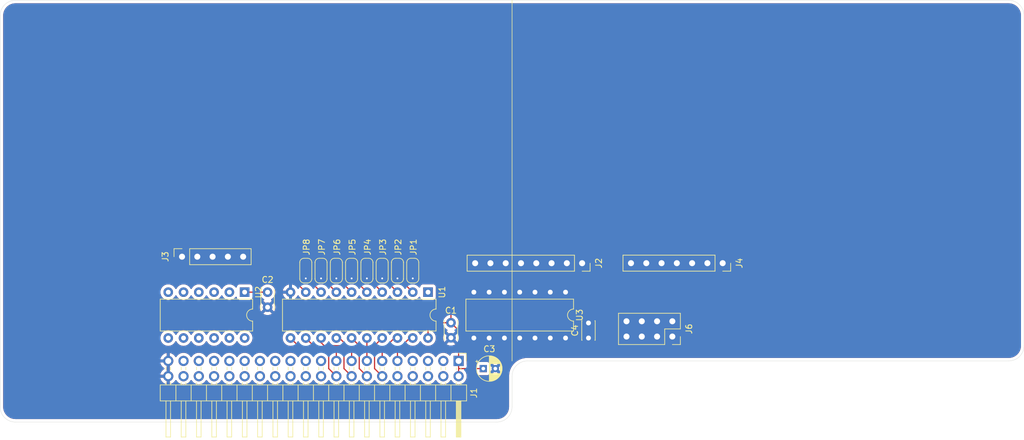
<source format=kicad_pcb>
(kicad_pcb (version 20240108) (generator "pcbnew") (generator_version "8.0")
  (layers (0 "F.Cu" signal) (31 "B.Cu" signal) (34 "B.Paste" user) (35 "F.Paste" user) (36 "B.SilkS" user "B.Silkscreen") (37 "F.SilkS" user "F.Silkscreen") (38 "B.Mask" user) (39 "F.Mask" user) (44 "Edge.Cuts" user))
  (net 0 "")
  (net 1 "GND")
  (net 2 "VCC")
  (net 3 "D7")
  (net 5 "_RD")
  (net 7 "A1")
  (net 10 "A4")
  (net 11 "E")
  (net 12 "_RST")
  (net 13 "A2")
  (net 17 "D3")
  (net 18 "A3")
  (net 20 "IRQ")
  (net 22 "D6")
  (net 23 "D0")
  (net 25 "_EN")
  (net 26 "_WR")
  (net 29 "D5")
  (net 31 "D2")
  (net 32 "D4")
  (net 34 "R{slash}_W")
  (net 35 "A0")
  (net 37 "D1")
  (net 39 "Net-(JP1-C)")
  (net 40 "Net-(JP2-C)")
  (net 41 "Net-(JP3-C)")
  (net 42 "Net-(JP4-C)")
  (net 43 "Net-(JP5-C)")
  (net 44 "Net-(JP6-C)")
  (net 45 "Net-(JP7-C)")
  (net 46 "Net-(JP8-C)")
  (net 47 "Net-(U1-G1)")
  (net 48 "_RD'")
  (net 49 "_WR'")
  (footprint "Jumper:SolderJumper-3_P1.3mm_Open_RoundedPad1.0x1.5mm_NumberLabels" (layer "F.Cu") (at 78.74 71.344 -90)
    (property "Reference" "JP4" (at -3.912 -0.122 90) (layer "F.SilkS"))
    (property "Value" "Jumper_3_Bridged12" (hide yes))
    (pad "1" smd custom (at -1.3 0 270) (size 1 0.5) (layers "F.Cu" "F.Mask") (net 2 "VCC") (options (clearance outline) (anchor rect)) (primitives (gr_circle (center 0 0.25) (end 0.5 0.25) (width 0) (fill yes)) (gr_circle (center 0 -0.25) (end 0.5 -0.25) (width 0) (fill yes)) (gr_poly (pts (xy 0.55 0.75) (xy 0 0.75) (xy 0 -0.75) (xy 0.55 -0.75)) (width 0) (fill yes))))
    (pad "2" smd rect (at 0 0 270) (size 1 1.5) (layers "F.Cu" "F.Mask") (net 42 "Net-(JP4-C)"))
    (pad "3" smd custom (at 1.3 0 270) (size 1 0.5) (layers "F.Cu" "F.Mask") (net 1 "GND") (options (clearance outline) (anchor rect)) (primitives (gr_circle (center 0 0.25) (end 0.5 0.25) (width 0) (fill yes)) (gr_circle (center 0 -0.25) (end 0.5 -0.25) (width 0) (fill yes)) (gr_poly (pts (xy 0 0.75) (xy -0.55 0.75) (xy -0.55 -0.75) (xy 0 -0.75)) (width 0) (fill yes))))
  )
  (footprint "Connector_PinSocket_2.54mm:PinSocket_1x05_P2.54mm_Vertical" (layer "F.Cu") (at 48.011 69.033 90)
    (property "Reference" "J3" (at 0 -2.77 270) (layer "F.SilkS"))
    (property "Value" "Address")
    (pad "1" thru_hole rect (at 0 0 90) (size 1.7 1.7) (drill 1) (layers "*.Cu" "*.Mask") (net 35 "A0"))
    (pad "2" thru_hole oval (at 0 2.54 90) (size 1.7 1.7) (drill 1) (layers "*.Cu" "*.Mask") (net 7 "A1"))
    (pad "3" thru_hole oval (at 0 5.08 90) (size 1.7 1.7) (drill 1) (layers "*.Cu" "*.Mask") (net 13 "A2"))
    (pad "4" thru_hole oval (at 0 7.62 90) (size 1.7 1.7) (drill 1) (layers "*.Cu" "*.Mask") (net 18 "A3"))
    (pad "5" thru_hole oval (at 0 10.16 90) (size 1.7 1.7) (drill 1) (layers "*.Cu" "*.Mask") (net 10 "A4"))
  )
  (footprint "Capacitor_THT:CP_Radial_D4.0mm_P2.00mm" (layer "F.Cu") (at 98.087401 87.63)
    (property "Reference" "C3" (at 1 -3.25 0) (layer "F.SilkS"))
    (property "Value" "10µ" (hide yes))
    (pad "1" thru_hole rect (at 0 0) (size 1.2 1.2) (drill 0.6) (layers "*.Cu" "*.Mask") (net 2 "VCC"))
    (pad "2" thru_hole circle (at 2 0) (size 1.2 1.2) (drill 0.6) (layers "*.Cu" "*.Mask") (net 1 "GND"))
  )
  (footprint "Connector_PinSocket_2.54mm:PinSocket_1x07_P2.54mm_Vertical" (layer "F.Cu") (at 137.877 70.109 -90)
    (property "Reference" "J4" (at 0 -2.77 90) (layer "F.SilkS"))
    (property "Value" "Control")
    (pad "1" thru_hole rect (at 0 0 270) (size 1.7 1.7) (drill 1) (layers "*.Cu" "*.Mask") (net 12 "_RST"))
    (pad "2" thru_hole oval (at 0 2.54 270) (size 1.7 1.7) (drill 1) (layers "*.Cu" "*.Mask") (net 20 "IRQ"))
    (pad "3" thru_hole oval (at 0 5.08 270) (size 1.7 1.7) (drill 1) (layers "*.Cu" "*.Mask") (net 34 "R{slash}_W"))
    (pad "4" thru_hole oval (at 0 7.62 270) (size 1.7 1.7) (drill 1) (layers "*.Cu" "*.Mask") (net 11 "E"))
    (pad "5" thru_hole oval (at 0 10.16 270) (size 1.7 1.7) (drill 1) (layers "*.Cu" "*.Mask") (net 25 "_EN"))
    (pad "6" thru_hole oval (at 0 12.7 270) (size 1.7 1.7) (drill 1) (layers "*.Cu" "*.Mask") (net 48 "_RD'"))
    (pad "7" thru_hole oval (at 0 15.24 270) (size 1.7 1.7) (drill 1) (layers "*.Cu" "*.Mask") (net 49 "_WR'"))
  )
  (footprint "Connector_PinHeader_2.54mm:PinHeader_2x20_P2.54mm_Horizontal" (layer "F.Cu") (at 93.98 86.36 -90)
    (property "Reference" "J1" (at 5.334 -2.54 90) (layer "F.SilkS"))
    (property "Value" "Conn_02x20_Odd_Even" (hide yes))
    (pad "1" thru_hole rect (at 0 0 270) (size 1.7 1.7) (drill 1) (layers "*.Cu" "*.Mask") (net 2 "VCC"))
    (pad "2" thru_hole oval (at 2.54 0 270) (size 1.7 1.7) (drill 1) (layers "*.Cu" "*.Mask") (net 2 "VCC"))
    (pad "3" thru_hole oval (at 0 2.54 270) (size 1.7 1.7) (drill 1) (layers "*.Cu" "*.Mask") (net 12 "_RST"))
    (pad "4" thru_hole oval (at 2.54 2.54 270) (size 1.7 1.7) (drill 1) (layers "*.Cu" "*.Mask") (net 20 "IRQ"))
    (pad "5" thru_hole oval (at 0 5.08 270) (size 1.7 1.7) (drill 1) (layers "*.Cu" "*.Mask") (net 34 "R{slash}_W"))
    (pad "6" thru_hole oval (at 2.54 5.08 270) (size 1.7 1.7) (drill 1) (layers "*.Cu" "*.Mask") (net 5 "_RD"))
    (pad "7" thru_hole oval (at 0 7.62 270) (size 1.7 1.7) (drill 1) (layers "*.Cu" "*.Mask") (net 26 "_WR"))
    (pad "8" thru_hole oval (at 2.54 7.62 270) (size 1.7 1.7) (drill 1) (layers "*.Cu" "*.Mask") (net 11 "E"))
    (pad "9" thru_hole oval (at 0 10.16 270) (size 1.7 1.7) (drill 1) (layers "*.Cu" "*.Mask") (net 25 "_EN"))
    (pad "10" thru_hole oval (at 2.54 10.16 270) (size 1.7 1.7) (drill 1) (layers "*.Cu" "*.Mask"))
    (pad "11" thru_hole oval (at 0 12.7 270) (size 1.7 1.7) (drill 1) (layers "*.Cu" "*.Mask") (net 23 "D0"))
    (pad "12" thru_hole oval (at 2.54 12.7 270) (size 1.7 1.7) (drill 1) (layers "*.Cu" "*.Mask") (net 37 "D1"))
    (pad "13" thru_hole oval (at 0 15.24 270) (size 1.7 1.7) (drill 1) (layers "*.Cu" "*.Mask") (net 31 "D2"))
    (pad "14" thru_hole oval (at 2.54 15.24 270) (size 1.7 1.7) (drill 1) (layers "*.Cu" "*.Mask") (net 17 "D3"))
    (pad "15" thru_hole oval (at 0 17.78 270) (size 1.7 1.7) (drill 1) (layers "*.Cu" "*.Mask") (net 32 "D4"))
    (pad "16" thru_hole oval (at 2.54 17.78 270) (size 1.7 1.7) (drill 1) (layers "*.Cu" "*.Mask") (net 29 "D5"))
    (pad "17" thru_hole oval (at 0 20.32 270) (size 1.7 1.7) (drill 1) (layers "*.Cu" "*.Mask") (net 22 "D6"))
    (pad "18" thru_hole oval (at 2.54 20.32 270) (size 1.7 1.7) (drill 1) (layers "*.Cu" "*.Mask") (net 3 "D7"))
    (pad "19" thru_hole oval (at 0 22.86 270) (size 1.7 1.7) (drill 1) (layers "*.Cu" "*.Mask") (net 35 "A0"))
    (pad "20" thru_hole oval (at 2.54 22.86 270) (size 1.7 1.7) (drill 1) (layers "*.Cu" "*.Mask") (net 7 "A1"))
    (pad "21" thru_hole oval (at 0 25.4 270) (size 1.7 1.7) (drill 1) (layers "*.Cu" "*.Mask") (net 13 "A2"))
    (pad "22" thru_hole oval (at 2.54 25.4 270) (size 1.7 1.7) (drill 1) (layers "*.Cu" "*.Mask") (net 18 "A3"))
    (pad "23" thru_hole oval (at 0 27.94 270) (size 1.7 1.7) (drill 1) (layers "*.Cu" "*.Mask") (net 10 "A4"))
    (pad "24" thru_hole oval (at 2.54 27.94 270) (size 1.7 1.7) (drill 1) (layers "*.Cu" "*.Mask"))
    (pad "25" thru_hole oval (at 0 30.48 270) (size 1.7 1.7) (drill 1) (layers "*.Cu" "*.Mask"))
    (pad "26" thru_hole oval (at 2.54 30.48 270) (size 1.7 1.7) (drill 1) (layers "*.Cu" "*.Mask"))
    (pad "27" thru_hole oval (at 0 33.02 270) (size 1.7 1.7) (drill 1) (layers "*.Cu" "*.Mask"))
    (pad "28" thru_hole oval (at 2.54 33.02 270) (size 1.7 1.7) (drill 1) (layers "*.Cu" "*.Mask"))
    (pad "29" thru_hole oval (at 0 35.56 270) (size 1.7 1.7) (drill 1) (layers "*.Cu" "*.Mask"))
    (pad "30" thru_hole oval (at 2.54 35.56 270) (size 1.7 1.7) (drill 1) (layers "*.Cu" "*.Mask"))
    (pad "31" thru_hole oval (at 0 38.1 270) (size 1.7 1.7) (drill 1) (layers "*.Cu" "*.Mask"))
    (pad "32" thru_hole oval (at 2.54 38.1 270) (size 1.7 1.7) (drill 1) (layers "*.Cu" "*.Mask"))
    (pad "33" thru_hole oval (at 0 40.64 270) (size 1.7 1.7) (drill 1) (layers "*.Cu" "*.Mask"))
    (pad "34" thru_hole oval (at 2.54 40.64 270) (size 1.7 1.7) (drill 1) (layers "*.Cu" "*.Mask"))
    (pad "35" thru_hole oval (at 0 43.18 270) (size 1.7 1.7) (drill 1) (layers "*.Cu" "*.Mask"))
    (pad "36" thru_hole oval (at 2.54 43.18 270) (size 1.7 1.7) (drill 1) (layers "*.Cu" "*.Mask"))
    (pad "37" thru_hole oval (at 0 45.72 270) (size 1.7 1.7) (drill 1) (layers "*.Cu" "*.Mask"))
    (pad "38" thru_hole oval (at 2.54 45.72 270) (size 1.7 1.7) (drill 1) (layers "*.Cu" "*.Mask"))
    (pad "39" thru_hole oval (at 0 48.26 270) (size 1.7 1.7) (drill 1) (layers "*.Cu" "*.Mask") (net 1 "GND"))
    (pad "40" thru_hole oval (at 2.54 48.26 270) (size 1.7 1.7) (drill 1) (layers "*.Cu" "*.Mask") (net 1 "GND"))
  )
  (footprint "Jumper:SolderJumper-3_P1.3mm_Open_RoundedPad1.0x1.5mm_NumberLabels" (layer "F.Cu") (at 76.2 71.344 -90)
    (property "Reference" "JP5" (at -3.912 -0.122 90) (layer "F.SilkS"))
    (property "Value" "Jumper_3_Bridged12" (hide yes))
    (pad "1" smd custom (at -1.3 0 270) (size 1 0.5) (layers "F.Cu" "F.Mask") (net 2 "VCC") (options (clearance outline) (anchor rect)) (primitives (gr_circle (center 0 0.25) (end 0.5 0.25) (width 0) (fill yes)) (gr_circle (center 0 -0.25) (end 0.5 -0.25) (width 0) (fill yes)) (gr_poly (pts (xy 0.55 0.75) (xy 0 0.75) (xy 0 -0.75) (xy 0.55 -0.75)) (width 0) (fill yes))))
    (pad "2" smd rect (at 0 0 270) (size 1 1.5) (layers "F.Cu" "F.Mask") (net 43 "Net-(JP5-C)"))
    (pad "3" smd custom (at 1.3 0 270) (size 1 0.5) (layers "F.Cu" "F.Mask") (net 1 "GND") (options (clearance outline) (anchor rect)) (primitives (gr_circle (center 0 0.25) (end 0.5 0.25) (width 0) (fill yes)) (gr_circle (center 0 -0.25) (end 0.5 -0.25) (width 0) (fill yes)) (gr_poly (pts (xy 0 0.75) (xy -0.55 0.75) (xy -0.55 -0.75) (xy 0 -0.75)) (width 0) (fill yes))))
  )
  (footprint "Jumper:SolderJumper-3_P1.3mm_Open_RoundedPad1.0x1.5mm_NumberLabels" (layer "F.Cu") (at 86.36 71.344 -90)
    (property "Reference" "JP1" (at -3.912 -0.122 90) (layer "F.SilkS"))
    (property "Value" "Jumper_3_Bridged12" (hide yes))
    (pad "1" smd custom (at -1.3 0 270) (size 1 0.5) (layers "F.Cu" "F.Mask") (net 2 "VCC") (options (clearance outline) (anchor rect)) (primitives (gr_circle (center 0 0.25) (end 0.5 0.25) (width 0) (fill yes)) (gr_circle (center 0 -0.25) (end 0.5 -0.25) (width 0) (fill yes)) (gr_poly (pts (xy 0.55 0.75) (xy 0 0.75) (xy 0 -0.75) (xy 0.55 -0.75)) (width 0) (fill yes))))
    (pad "2" smd rect (at 0 0 270) (size 1 1.5) (layers "F.Cu" "F.Mask") (net 39 "Net-(JP1-C)"))
    (pad "3" smd custom (at 1.3 0 270) (size 1 0.5) (layers "F.Cu" "F.Mask") (net 1 "GND") (options (clearance outline) (anchor rect)) (primitives (gr_circle (center 0 0.25) (end 0.5 0.25) (width 0) (fill yes)) (gr_circle (center 0 -0.25) (end 0.5 -0.25) (width 0) (fill yes)) (gr_poly (pts (xy 0 0.75) (xy -0.55 0.75) (xy -0.55 -0.75) (xy 0 -0.75)) (width 0) (fill yes))))
  )
  (footprint "Connector_PinSocket_2.54mm:PinSocket_2x04_P2.54mm_Vertical" (layer "F.Cu") (at 129.51 82.306 -90)
    (property "Reference" "J6" (at -1.27 -2.77 90) (layer "F.SilkS"))
    (property "Value" "Power")
    (pad "1" thru_hole rect (at 0 0 270) (size 1.7 1.7) (drill 1) (layers "*.Cu" "*.Mask") (net 2 "VCC"))
    (pad "2" thru_hole oval (at -2.54 0 270) (size 1.7 1.7) (drill 1) (layers "*.Cu" "*.Mask") (net 1 "GND"))
    (pad "3" thru_hole oval (at 0 2.54 270) (size 1.7 1.7) (drill 1) (layers "*.Cu" "*.Mask") (net 2 "VCC"))
    (pad "4" thru_hole oval (at -2.54 2.54 270) (size 1.7 1.7) (drill 1) (layers "*.Cu" "*.Mask") (net 1 "GND"))
    (pad "5" thru_hole oval (at 0 5.08 270) (size 1.7 1.7) (drill 1) (layers "*.Cu" "*.Mask") (net 2 "VCC"))
    (pad "6" thru_hole oval (at -2.54 5.08 270) (size 1.7 1.7) (drill 1) (layers "*.Cu" "*.Mask") (net 1 "GND"))
    (pad "7" thru_hole oval (at 0 7.62 270) (size 1.7 1.7) (drill 1) (layers "*.Cu" "*.Mask") (net 2 "VCC"))
    (pad "8" thru_hole oval (at -2.54 7.62 270) (size 1.7 1.7) (drill 1) (layers "*.Cu" "*.Mask") (net 1 "GND"))
  )
  (footprint "Jumper:SolderJumper-3_P1.3mm_Open_RoundedPad1.0x1.5mm_NumberLabels" (layer "F.Cu") (at 83.82 71.344 -90)
    (property "Reference" "JP2" (at -3.912 -0.122 90) (layer "F.SilkS"))
    (property "Value" "Jumper_3_Bridged12" (hide yes))
    (pad "1" smd custom (at -1.3 0 270) (size 1 0.5) (layers "F.Cu" "F.Mask") (net 2 "VCC") (options (clearance outline) (anchor rect)) (primitives (gr_circle (center 0 0.25) (end 0.5 0.25) (width 0) (fill yes)) (gr_circle (center 0 -0.25) (end 0.5 -0.25) (width 0) (fill yes)) (gr_poly (pts (xy 0.55 0.75) (xy 0 0.75) (xy 0 -0.75) (xy 0.55 -0.75)) (width 0) (fill yes))))
    (pad "2" smd rect (at 0 0 270) (size 1 1.5) (layers "F.Cu" "F.Mask") (net 40 "Net-(JP2-C)"))
    (pad "3" smd custom (at 1.3 0 270) (size 1 0.5) (layers "F.Cu" "F.Mask") (net 1 "GND") (options (clearance outline) (anchor rect)) (primitives (gr_circle (center 0 0.25) (end 0.5 0.25) (width 0) (fill yes)) (gr_circle (center 0 -0.25) (end 0.5 -0.25) (width 0) (fill yes)) (gr_poly (pts (xy 0 0.75) (xy -0.55 0.75) (xy -0.55 -0.75) (xy 0 -0.75)) (width 0) (fill yes))))
  )
  (footprint "Capacitor_THT:C_Disc_D3.0mm_W2.0mm_P2.50mm" (layer "F.Cu") (at 92.71 80.01 -90)
    (property "Reference" "C1" (at -2.032 0 180) (layer "F.SilkS"))
    (property "Value" "100n" (hide yes))
    (pad "1" thru_hole circle (at 0 0 270) (size 1.6 1.6) (drill 0.8) (layers "*.Cu" "*.Mask") (net 2 "VCC"))
    (pad "2" thru_hole circle (at 2.5 0 270) (size 1.6 1.6) (drill 0.8) (layers "*.Cu" "*.Mask") (net 1 "GND"))
  )
  (footprint "Jumper:SolderJumper-3_P1.3mm_Open_RoundedPad1.0x1.5mm_NumberLabels" (layer "F.Cu") (at 73.66 71.344 -90)
    (property "Reference" "JP6" (at -3.912 -0.122 90) (layer "F.SilkS"))
    (property "Value" "Jumper_3_Bridged12" (hide yes))
    (pad "1" smd custom (at -1.3 0 270) (size 1 0.5) (layers "F.Cu" "F.Mask") (net 2 "VCC") (options (clearance outline) (anchor rect)) (primitives (gr_circle (center 0 0.25) (end 0.5 0.25) (width 0) (fill yes)) (gr_circle (center 0 -0.25) (end 0.5 -0.25) (width 0) (fill yes)) (gr_poly (pts (xy 0.55 0.75) (xy 0 0.75) (xy 0 -0.75) (xy 0.55 -0.75)) (width 0) (fill yes))))
    (pad "2" smd rect (at 0 0 270) (size 1 1.5) (layers "F.Cu" "F.Mask") (net 44 "Net-(JP6-C)"))
    (pad "3" smd custom (at 1.3 0 270) (size 1 0.5) (layers "F.Cu" "F.Mask") (net 1 "GND") (options (clearance outline) (anchor rect)) (primitives (gr_circle (center 0 0.25) (end 0.5 0.25) (width 0) (fill yes)) (gr_circle (center 0 -0.25) (end 0.5 -0.25) (width 0) (fill yes)) (gr_poly (pts (xy 0 0.75) (xy -0.55 0.75) (xy -0.55 -0.75) (xy 0 -0.75)) (width 0) (fill yes))))
  )
  (footprint "Jumper:SolderJumper-3_P1.3mm_Open_RoundedPad1.0x1.5mm_NumberLabels" (layer "F.Cu") (at 71.12 71.344 -90)
    (property "Reference" "JP7" (at -3.912 -0.122 90) (layer "F.SilkS"))
    (property "Value" "Jumper_3_Bridged12" (hide yes))
    (pad "1" smd custom (at -1.3 0 270) (size 1 0.5) (layers "F.Cu" "F.Mask") (net 2 "VCC") (options (clearance outline) (anchor rect)) (primitives (gr_circle (center 0 0.25) (end 0.5 0.25) (width 0) (fill yes)) (gr_circle (center 0 -0.25) (end 0.5 -0.25) (width 0) (fill yes)) (gr_poly (pts (xy 0.55 0.75) (xy 0 0.75) (xy 0 -0.75) (xy 0.55 -0.75)) (width 0) (fill yes))))
    (pad "2" smd rect (at 0 0 270) (size 1 1.5) (layers "F.Cu" "F.Mask") (net 45 "Net-(JP7-C)"))
    (pad "3" smd custom (at 1.3 0 270) (size 1 0.5) (layers "F.Cu" "F.Mask") (net 1 "GND") (options (clearance outline) (anchor rect)) (primitives (gr_circle (center 0 0.25) (end 0.5 0.25) (width 0) (fill yes)) (gr_circle (center 0 -0.25) (end 0.5 -0.25) (width 0) (fill yes)) (gr_poly (pts (xy 0 0.75) (xy -0.55 0.75) (xy -0.55 -0.75) (xy 0 -0.75)) (width 0) (fill yes))))
  )
  (footprint "Jumper:SolderJumper-3_P1.3mm_Open_RoundedPad1.0x1.5mm_NumberLabels" (layer "F.Cu") (at 68.58 71.344 -90)
    (property "Reference" "JP8" (at -3.912 -0.122 90) (layer "F.SilkS"))
    (property "Value" "Jumper_3_Bridged12" (hide yes))
    (pad "1" smd custom (at -1.3 0 270) (size 1 0.5) (layers "F.Cu" "F.Mask") (net 2 "VCC") (options (clearance outline) (anchor rect)) (primitives (gr_circle (center 0 0.25) (end 0.5 0.25) (width 0) (fill yes)) (gr_circle (center 0 -0.25) (end 0.5 -0.25) (width 0) (fill yes)) (gr_poly (pts (xy 0.55 0.75) (xy 0 0.75) (xy 0 -0.75) (xy 0.55 -0.75)) (width 0) (fill yes))))
    (pad "2" smd rect (at 0 0 270) (size 1 1.5) (layers "F.Cu" "F.Mask") (net 46 "Net-(JP8-C)"))
    (pad "3" smd custom (at 1.3 0 270) (size 1 0.5) (layers "F.Cu" "F.Mask") (net 1 "GND") (options (clearance outline) (anchor rect)) (primitives (gr_circle (center 0 0.25) (end 0.5 0.25) (width 0) (fill yes)) (gr_circle (center 0 -0.25) (end 0.5 -0.25) (width 0) (fill yes)) (gr_poly (pts (xy 0 0.75) (xy -0.55 0.75) (xy -0.55 -0.75) (xy 0 -0.75)) (width 0) (fill yes))))
  )
  (footprint "Capacitor_THT:C_Disc_D3.0mm_W2.0mm_P2.50mm" (layer "F.Cu") (at 115.57 82.55 90)
    (property "Reference" "C4" (at 1.25 -2.25 270) (layer "F.SilkS"))
    (property "Value" "100n")
    (pad "1" thru_hole circle (at 0 0 90) (size 1.6 1.6) (drill 0.8) (layers "*.Cu" "*.Mask") (net 2 "VCC"))
    (pad "2" thru_hole circle (at 2.5 0 90) (size 1.6 1.6) (drill 0.8) (layers "*.Cu" "*.Mask") (net 1 "GND"))
  )
  (footprint "Package_DIP:DIP-12_W7.62mm" (layer "F.Cu") (at 58.42 74.93 -90)
    (property "Reference" "U2" (at 0 -2.33 90) (layer "F.SilkS"))
    (property "Value" "74LS30")
    (pad "1" thru_hole rect (at 0 0 270) (size 1.6 1.6) (drill 0.8) (layers "*.Cu" "*.Mask") (net 2 "VCC"))
    (pad "2" thru_hole oval (at 0 2.54 270) (size 1.6 1.6) (drill 0.8) (layers "*.Cu" "*.Mask") (net 2 "VCC"))
    (pad "3" thru_hole oval (at 0 5.08 270) (size 1.6 1.6) (drill 0.8) (layers "*.Cu" "*.Mask") (net 34 "R{slash}_W"))
    (pad "4" thru_hole oval (at 0 7.62 270) (size 1.6 1.6) (drill 0.8) (layers "*.Cu" "*.Mask") (net 35 "A0"))
    (pad "5" thru_hole oval (at 0 10.16 270) (size 1.6 1.6) (drill 0.8) (layers "*.Cu" "*.Mask") (net 7 "A1"))
    (pad "6" thru_hole oval (at 0 12.7 270) (size 1.6 1.6) (drill 0.8) (layers "*.Cu" "*.Mask") (net 13 "A2"))
    (pad "7" thru_hole oval (at 7.62 12.7 270) (size 1.6 1.6) (drill 0.8) (layers "*.Cu" "*.Mask"))
    (pad "8" thru_hole oval (at 7.62 10.16 270) (size 1.6 1.6) (drill 0.8) (layers "*.Cu" "*.Mask") (net 47 "Net-(U1-G1)"))
    (pad "9" thru_hole oval (at 7.62 7.62 270) (size 1.6 1.6) (drill 0.8) (layers "*.Cu" "*.Mask"))
    (pad "10" thru_hole oval (at 7.62 5.08 270) (size 1.6 1.6) (drill 0.8) (layers "*.Cu" "*.Mask"))
    (pad "11" thru_hole oval (at 7.62 2.54 270) (size 1.6 1.6) (drill 0.8) (layers "*.Cu" "*.Mask") (net 18 "A3"))
    (pad "12" thru_hole oval (at 7.62 0 270) (size 1.6 1.6) (drill 0.8) (layers "*.Cu" "*.Mask") (net 10 "A4"))
  )
  (footprint "Capacitor_THT:C_Disc_D3.0mm_W2.0mm_P2.50mm" (layer "F.Cu") (at 62.23 74.93 -90)
    (property "Reference" "C2" (at -2.072 0 180) (layer "F.SilkS"))
    (property "Value" "100n" (hide yes))
    (pad "1" thru_hole circle (at 0 0 270) (size 1.6 1.6) (drill 0.8) (layers "*.Cu" "*.Mask") (net 2 "VCC"))
    (pad "2" thru_hole circle (at 2.5 0 270) (size 1.6 1.6) (drill 0.8) (layers "*.Cu" "*.Mask") (net 1 "GND"))
  )
  (footprint "Package_DIP:DIP-20_W7.62mm" (layer "F.Cu") (at 88.9 74.93 -90)
    (property "Reference" "U1" (at 0 -2.33 90) (layer "F.SilkS"))
    (property "Value" "74LS541")
    (pad "1" thru_hole rect (at 0 0 270) (size 1.6 1.6) (drill 0.8) (layers "*.Cu" "*.Mask") (net 47 "Net-(U1-G1)"))
    (pad "2" thru_hole oval (at 0 2.54 270) (size 1.6 1.6) (drill 0.8) (layers "*.Cu" "*.Mask") (net 39 "Net-(JP1-C)"))
    (pad "3" thru_hole oval (at 0 5.08 270) (size 1.6 1.6) (drill 0.8) (layers "*.Cu" "*.Mask") (net 40 "Net-(JP2-C)"))
    (pad "4" thru_hole oval (at 0 7.62 270) (size 1.6 1.6) (drill 0.8) (layers "*.Cu" "*.Mask") (net 41 "Net-(JP3-C)"))
    (pad "5" thru_hole oval (at 0 10.16 270) (size 1.6 1.6) (drill 0.8) (layers "*.Cu" "*.Mask") (net 42 "Net-(JP4-C)"))
    (pad "6" thru_hole oval (at 0 12.7 270) (size 1.6 1.6) (drill 0.8) (layers "*.Cu" "*.Mask") (net 43 "Net-(JP5-C)"))
    (pad "7" thru_hole oval (at 0 15.24 270) (size 1.6 1.6) (drill 0.8) (layers "*.Cu" "*.Mask") (net 44 "Net-(JP6-C)"))
    (pad "8" thru_hole oval (at 0 17.78 270) (size 1.6 1.6) (drill 0.8) (layers "*.Cu" "*.Mask") (net 45 "Net-(JP7-C)"))
    (pad "9" thru_hole oval (at 0 20.32 270) (size 1.6 1.6) (drill 0.8) (layers "*.Cu" "*.Mask") (net 46 "Net-(JP8-C)"))
    (pad "10" thru_hole oval (at 0 22.86 270) (size 1.6 1.6) (drill 0.8) (layers "*.Cu" "*.Mask") (net 1 "GND"))
    (pad "11" thru_hole oval (at 7.62 22.86 270) (size 1.6 1.6) (drill 0.8) (layers "*.Cu" "*.Mask") (net 3 "D7"))
    (pad "12" thru_hole oval (at 7.62 20.32 270) (size 1.6 1.6) (drill 0.8) (layers "*.Cu" "*.Mask") (net 22 "D6"))
    (pad "13" thru_hole oval (at 7.62 17.78 270) (size 1.6 1.6) (drill 0.8) (layers "*.Cu" "*.Mask") (net 29 "D5"))
    (pad "14" thru_hole oval (at 7.62 15.24 270) (size 1.6 1.6) (drill 0.8) (layers "*.Cu" "*.Mask") (net 32 "D4"))
    (pad "15" thru_hole oval (at 7.62 12.7 270) (size 1.6 1.6) (drill 0.8) (layers "*.Cu" "*.Mask") (net 17 "D3"))
    (pad "16" thru_hole oval (at 7.62 10.16 270) (size 1.6 1.6) (drill 0.8) (layers "*.Cu" "*.Mask") (net 31 "D2"))
    (pad "17" thru_hole oval (at 7.62 7.62 270) (size 1.6 1.6) (drill 0.8) (layers "*.Cu" "*.Mask") (net 37 "D1"))
    (pad "18" thru_hole oval (at 7.62 5.08 270) (size 1.6 1.6) (drill 0.8) (layers "*.Cu" "*.Mask") (net 23 "D0"))
    (pad "19" thru_hole oval (at 7.62 2.54 270) (size 1.6 1.6) (drill 0.8) (layers "*.Cu" "*.Mask") (net 25 "_EN"))
    (pad "20" thru_hole oval (at 7.62 0 270) (size 1.6 1.6) (drill 0.8) (layers "*.Cu" "*.Mask") (net 2 "VCC"))
  )
  (footprint "Jumper:SolderJumper-3_P1.3mm_Open_RoundedPad1.0x1.5mm_NumberLabels" (layer "F.Cu") (at 81.28 71.344 -90)
    (property "Reference" "JP3" (at -3.912 -0.122 90) (layer "F.SilkS"))
    (property "Value" "Jumper_3_Bridged12" (hide yes))
    (pad "1" smd custom (at -1.3 0 270) (size 1 0.5) (layers "F.Cu" "F.Mask") (net 2 "VCC") (options (clearance outline) (anchor rect)) (primitives (gr_circle (center 0 0.25) (end 0.5 0.25) (width 0) (fill yes)) (gr_circle (center 0 -0.25) (end 0.5 -0.25) (width 0) (fill yes)) (gr_poly (pts (xy 0.55 0.75) (xy 0 0.75) (xy 0 -0.75) (xy 0.55 -0.75)) (width 0) (fill yes))))
    (pad "2" smd rect (at 0 0 270) (size 1 1.5) (layers "F.Cu" "F.Mask") (net 41 "Net-(JP3-C)"))
    (pad "3" smd custom (at 1.3 0 270) (size 1 0.5) (layers "F.Cu" "F.Mask") (net 1 "GND") (options (clearance outline) (anchor rect)) (primitives (gr_circle (center 0 0.25) (end 0.5 0.25) (width 0) (fill yes)) (gr_circle (center 0 -0.25) (end 0.5 -0.25) (width 0) (fill yes)) (gr_poly (pts (xy 0 0.75) (xy -0.55 0.75) (xy -0.55 -0.75) (xy 0 -0.75)) (width 0) (fill yes))))
  )
  (footprint "Connector_PinSocket_2.54mm:PinSocket_1x08_P2.54mm_Vertical" (layer "F.Cu") (at 114.514 70.114 -90)
    (property "Reference" "J2" (at 0 -2.77 90) (layer "F.SilkS"))
    (property "Value" "Data")
    (pad "1" thru_hole rect (at 0 0 270) (size 1.7 1.7) (drill 1) (layers "*.Cu" "*.Mask") (net 23 "D0"))
    (pad "2" thru_hole oval (at 0 2.54 270) (size 1.7 1.7) (drill 1) (layers "*.Cu" "*.Mask") (net 37 "D1"))
    (pad "3" thru_hole oval (at 0 5.08 270) (size 1.7 1.7) (drill 1) (layers "*.Cu" "*.Mask") (net 31 "D2"))
    (pad "4" thru_hole oval (at 0 7.62 270) (size 1.7 1.7) (drill 1) (layers "*.Cu" "*.Mask") (net 17 "D3"))
    (pad "5" thru_hole oval (at 0 10.16 270) (size 1.7 1.7) (drill 1) (layers "*.Cu" "*.Mask") (net 32 "D4"))
    (pad "6" thru_hole oval (at 0 12.7 270) (size 1.7 1.7) (drill 1) (layers "*.Cu" "*.Mask") (net 29 "D5"))
    (pad "7" thru_hole oval (at 0 15.24 270) (size 1.7 1.7) (drill 1) (layers "*.Cu" "*.Mask") (net 22 "D6"))
    (pad "8" thru_hole oval (at 0 17.78 270) (size 1.7 1.7) (drill 1) (layers "*.Cu" "*.Mask") (net 3 "D7"))
  )
  (footprint "Package_DIP:DIP-14_W7.62mm" (layer "F.Cu") (at 111.76 74.93 -90)
    (property "Reference" "U3" (at 3.81 -2.33 90) (layer "F.SilkS"))
    (property "Value" "74LS32")
    (pad "1" thru_hole rect (at 0 0 270) (size 1.6 1.6) (drill 0.8) (layers "*.Cu" "*.Mask") (net 5 "_RD"))
    (pad "2" thru_hole oval (at 0 2.54 270) (size 1.6 1.6) (drill 0.8) (layers "*.Cu" "*.Mask") (net 25 "_EN"))
    (pad "3" thru_hole oval (at 0 5.08 270) (size 1.6 1.6) (drill 0.8) (layers "*.Cu" "*.Mask") (net 48 "_RD'"))
    (pad "4" thru_hole oval (at 0 7.62 270) (size 1.6 1.6) (drill 0.8) (layers "*.Cu" "*.Mask") (net 26 "_WR"))
    (pad "5" thru_hole oval (at 0 10.16 270) (size 1.6 1.6) (drill 0.8) (layers "*.Cu" "*.Mask") (net 25 "_EN"))
    (pad "6" thru_hole oval (at 0 12.7 270) (size 1.6 1.6) (drill 0.8) (layers "*.Cu" "*.Mask") (net 49 "_WR'"))
    (pad "7" thru_hole oval (at 0 15.24 270) (size 1.6 1.6) (drill 0.8) (layers "*.Cu" "*.Mask") (net 1 "GND"))
    (pad "8" thru_hole oval (at 7.62 15.24 270) (size 1.6 1.6) (drill 0.8) (layers "*.Cu" "*.Mask"))
    (pad "9" thru_hole oval (at 7.62 12.7 270) (size 1.6 1.6) (drill 0.8) (layers "*.Cu" "*.Mask") (net 1 "GND"))
    (pad "10" thru_hole oval (at 7.62 10.16 270) (size 1.6 1.6) (drill 0.8) (layers "*.Cu" "*.Mask") (net 1 "GND"))
    (pad "11" thru_hole oval (at 7.62 7.62 270) (size 1.6 1.6) (drill 0.8) (layers "*.Cu" "*.Mask"))
    (pad "12" thru_hole oval (at 7.62 5.08 270) (size 1.6 1.6) (drill 0.8) (layers "*.Cu" "*.Mask") (net 1 "GND"))
    (pad "13" thru_hole oval (at 7.62 2.54 270) (size 1.6 1.6) (drill 0.8) (layers "*.Cu" "*.Mask") (net 1 "GND"))
    (pad "14" thru_hole oval (at 7.62 0 270) (size 1.6 1.6) (drill 0.8) (layers "*.Cu" "*.Mask") (net 2 "VCC"))
  )
  (gr_line (start 102.87 86.36) (end 102.87 26.416) (stroke (width 0.1)) (layer "F.SilkS"))
  (gr_arc (start 102.87 93.98) (mid 102.126051 95.776051) (end 100.33 96.52) (stroke (width 0.05)) (layer "Edge.Cuts"))
  (gr_line (start 105.41 86.36) (end 185.42 86.36) (stroke (width 0.05)) (layer "Edge.Cuts"))
  (gr_arc (start 185.42 26.416) (mid 187.216051 27.159949) (end 187.96 28.956) (stroke (width 0.05)) (layer "Edge.Cuts"))
  (gr_line (start 17.78 28.956) (end 17.78 93.98) (stroke (width 0.05)) (layer "Edge.Cuts"))
  (gr_arc (start 17.78 28.956) (mid 18.523949 27.159949) (end 20.32 26.416) (stroke (width 0.05)) (layer "Edge.Cuts"))
  (gr_arc (start 20.32 96.52) (mid 18.523949 95.776051) (end 17.78 93.98) (stroke (width 0.05)) (layer "Edge.Cuts"))
  (gr_line (start 185.42 26.416) (end 20.32 26.416) (stroke (width 0.05)) (layer "Edge.Cuts"))
  (gr_arc (start 187.96 83.82) (mid 187.216051 85.616051) (end 185.42 86.36) (stroke (width 0.05)) (layer "Edge.Cuts"))
  (gr_line (start 187.96 83.82) (end 187.96 28.956) (stroke (width 0.05)) (layer "Edge.Cuts"))
  (gr_line (start 20.32 96.52) (end 100.33 96.52) (stroke (width 0.05)) (layer "Edge.Cuts"))
  (gr_arc (start 102.87 88.9) (mid 103.613949 87.103949) (end 105.41 86.36) (stroke (width 0.05)) (layer "Edge.Cuts"))
  (gr_line (start 102.87 93.98) (end 102.87 88.9) (stroke (width 0.05)) (layer "Edge.Cuts"))
  (via (at 86.36 72.644) (size 0.6) (drill 0.3) (layers "F.Cu" "B.Cu") (net 1))
  (via (at 78.74 72.644) (size 0.6) (drill 0.3) (layers "F.Cu" "B.Cu") (net 1))
  (via (at 83.82 72.644) (size 0.6) (drill 0.3) (layers "F.Cu" "B.Cu") (net 1))
  (via (at 81.28 72.644) (size 0.6) (drill 0.3) (layers "F.Cu" "B.Cu") (net 1))
  (via (at 68.58 72.644) (size 0.6) (drill 0.3) (layers "F.Cu" "B.Cu") (net 1))
  (via (at 76.2 72.644) (size 0.6) (drill 0.3) (layers "F.Cu" "B.Cu") (net 1))
  (via (at 73.66 72.644) (size 0.6) (drill 0.3) (layers "F.Cu" "B.Cu") (net 1))
  (via (at 71.12 72.644) (size 0.6) (drill 0.3) (layers "F.Cu" "B.Cu") (net 1))
  (segment (start 83.82 70.044) (end 86.36 70.044) (width 0.2) (layer "F.Cu") (net 2))
  (segment (start 98.087401 87.63) (end 93.98 87.63) (width 0.2) (layer "F.Cu") (net 2))
  (segment (start 88.9 80.772) (end 88.9 82.55) (width 0.2) (layer "F.Cu") (net 2))
  (segment (start 71.12 70.044) (end 73.66 70.044) (width 0.2) (layer "F.Cu") (net 2))
  (segment (start 78.74 70.044) (end 81.28 70.044) (width 0.2) (layer "F.Cu") (net 2))
  (segment (start 93.98 84.328) (end 94.488 83.82) (width 0.2) (layer "F.Cu") (net 2))
  (segment (start 68.58 70.044) (end 71.12 70.044) (width 0.2) (layer "F.Cu") (net 2))
  (segment (start 81.28 70.044) (end 83.82 70.044) (width 0.2) (layer "F.Cu") (net 2))
  (segment (start 94.488 83.82) (end 94.488 81.788) (width 0.2) (layer "F.Cu") (net 2))
  (segment (start 94.488 81.788) (end 92.71 80.01) (width 0.2) (layer "F.Cu") (net 2))
  (segment (start 91.38 70.044) (end 92.71 71.374) (width 0.2) (layer "F.Cu") (net 2))
  (segment (start 93.98 87.63) (end 93.98 86.36) (width 0.2) (layer "F.Cu") (net 2))
  (segment (start 86.36 70.044) (end 91.38 70.044) (width 0.2) (layer "F.Cu") (net 2))
  (segment (start 93.98 88.9) (end 93.98 87.63) (width 0.2) (layer "F.Cu") (net 2))
  (segment (start 92.71 80.01) (end 89.662 80.01) (width 0.2) (layer "F.Cu") (net 2))
  (segment (start 92.71 71.374) (end 92.71 80.01) (width 0.2) (layer "F.Cu") (net 2))
  (segment (start 93.98 86.36) (end 93.98 84.328) (width 0.2) (layer "F.Cu") (net 2))
  (segment (start 58.42 74.93) (end 62.23 74.93) (width 0.2) (layer "F.Cu") (net 2))
  (segment (start 73.66 70.044) (end 76.2 70.044) (width 0.2) (layer "F.Cu") (net 2))
  (segment (start 76.2 70.044) (end 78.74 70.044) (width 0.2) (layer "F.Cu") (net 2))
  (segment (start 89.662 80.01) (end 88.9 80.772) (width 0.2) (layer "F.Cu") (net 2))
  (segment (start 71.882 84.836) (end 68.326 84.836) (width 0.2) (layer "F.Cu") (net 3))
  (segment (start 73.66 88.9) (end 72.39 87.63) (width 0.2) (layer "F.Cu") (net 3))
  (segment (start 72.39 85.344) (end 71.882 84.836) (width 0.2) (layer "F.Cu") (net 3))
  (segment (start 68.326 84.836) (end 66.04 82.55) (width 0.2) (layer "F.Cu") (net 3))
  (segment (start 72.39 87.63) (end 72.39 85.344) (width 0.2) (layer "F.Cu") (net 3))
  (segment (start 78.74 88.9) (end 77.47 87.63) (width 0.2) (layer "F.Cu") (net 17))
  (segment (start 77.47 87.63) (end 77.47 83.82) (width 0.2) (layer "F.Cu") (net 17))
  (segment (start 77.47 83.82) (end 76.2 82.55) (width 0.2) (layer "F.Cu") (net 17))
  (segment (start 73.66 84.836) (end 73.152 84.328) (width 0.2) (layer "F.Cu") (net 22))
  (segment (start 70.358 84.328) (end 68.58 82.55) (width 0.2) (layer "F.Cu") (net 22))
  (segment (start 73.152 84.328) (end 70.358 84.328) (width 0.2) (layer "F.Cu") (net 22))
  (segment (start 73.66 86.36) (end 73.66 84.836) (width 0.2) (layer "F.Cu") (net 22))
  (segment (start 81.28 86.36) (end 81.28 84.582) (width 0.2) (layer "F.Cu") (net 23))
  (segment (start 81.28 84.582) (end 83.312 82.55) (width 0.2) (layer "F.Cu") (net 23))
  (segment (start 83.312 82.55) (end 83.82 82.55) (width 0.2) (layer "F.Cu") (net 23))
  (segment (start 83.82 84.582) (end 85.852 82.55) (width 0.2) (layer "F.Cu") (net 25))
  (segment (start 85.852 82.55) (end 86.36 82.55) (width 0.2) (layer "F.Cu") (net 25))
  (segment (start 83.82 86.36) (end 83.82 84.582) (width 0.2) (layer "F.Cu") (net 25))
  (segment (start 71.628 83.82) (end 71.12 83.312) (width 0.2) (layer "F.Cu") (net 29))
  (segment (start 74.93 84.582) (end 74.168 83.82) (width 0.2) (layer "F.Cu") (net 29))
  (segment (start 74.168 83.82) (end 71.628 83.82) (width 0.2) (layer "F.Cu") (net 29))
  (segment (start 71.12 83.312) (end 71.12 82.55) (width 0.2) (layer "F.Cu") (net 29))
  (segment (start 74.93 87.63) (end 74.93 84.582) (width 0.2) (layer "F.Cu") (net 29))
  (segment (start 76.2 88.9) (end 74.93 87.63) (width 0.2) (layer "F.Cu") (net 29))
  (segment (start 78.74 86.36) (end 78.74 82.55) (width 0.2) (layer "F.Cu") (net 31))
  (segment (start 74.168 82.55) (end 73.66 82.55) (width 0.2) (layer "F.Cu") (net 32))
  (segment (start 76.2 86.36) (end 76.2 84.582) (width 0.2) (layer "F.Cu") (net 32))
  (segment (start 76.2 84.582) (end 74.168 82.55) (width 0.2) (layer "F.Cu") (net 32))
  (segment (start 80.01 83.82) (end 81.28 82.55) (width 0.2) (layer "F.Cu") (net 37))
  (segment (start 81.28 88.9) (end 80.01 87.63) (width 0.2) (layer "F.Cu") (net 37))
  (segment (start 80.01 87.63) (end 80.01 83.82) (width 0.2) (layer "F.Cu") (net 37))
  (segment (start 85.09 71.882) (end 85.628 71.344) (width 0.2) (layer "F.Cu") (net 39))
  (segment (start 85.09 73.66) (end 85.09 71.882) (width 0.2) (layer "F.Cu") (net 39))
  (segment (start 85.628 71.344) (end 86.36 71.344) (width 0.2) (layer "F.Cu") (net 39))
  (segment (start 86.36 74.93) (end 85.09 73.66) (width 0.2) (layer "F.Cu") (net 39))
  (segment (start 83.088 71.344) (end 83.82 71.344) (width 0.2) (layer "F.Cu") (net 40))
  (segment (start 83.82 74.93) (end 82.55 73.66) (width 0.2) (layer "F.Cu") (net 40))
  (segment (start 82.55 71.882) (end 83.088 71.344) (width 0.2) (layer "F.Cu") (net 40))
  (segment (start 82.55 73.66) (end 82.55 71.882) (width 0.2) (layer "F.Cu") (net 40))
  (segment (start 81.28 74.93) (end 80.01 73.66) (width 0.2) (layer "F.Cu") (net 41))
  (segment (start 80.01 71.882) (end 80.548 71.344) (width 0.2) (layer "F.Cu") (net 41))
  (segment (start 80.548 71.344) (end 81.28 71.344) (width 0.2) (layer "F.Cu") (net 41))
  (segment (start 80.01 73.66) (end 80.01 71.882) (width 0.2) (layer "F.Cu") (net 41))
  (segment (start 78.008 71.344) (end 78.74 71.344) (width 0.2) (layer "F.Cu") (net 42))
  (segment (start 78.74 74.93) (end 77.47 73.66) (width 0.2) (layer "F.Cu") (net 42))
  (segment (start 77.47 73.66) (end 77.47 71.882) (width 0.2) (layer "F.Cu") (net 42))
  (segment (start 77.47 71.882) (end 78.008 71.344) (width 0.2) (layer "F.Cu") (net 42))
  (segment (start 74.93 71.882) (end 75.468 71.344) (width 0.2) (layer "F.Cu") (net 43))
  (segment (start 75.468 71.344) (end 76.2 71.344) (width 0.2) (layer "F.Cu") (net 43))
  (segment (start 74.93 73.66) (end 74.93 71.882) (width 0.2) (layer "F.Cu") (net 43))
  (segment (start 76.2 74.93) (end 74.93 73.66) (width 0.2) (layer "F.Cu") (net 43))
  (segment (start 72.928 71.344) (end 73.66 71.344) (width 0.2) (layer "F.Cu") (net 44))
  (segment (start 73.66 74.93) (end 72.39 73.66) (width 0.2) (layer "F.Cu") (net 44))
  (segment (start 72.39 73.66) (end 72.39 71.882) (width 0.2) (layer "F.Cu") (net 44))
  (segment (start 72.39 71.882) (end 72.928 71.344) (width 0.2) (layer "F.Cu") (net 44))
  (segment (start 71.12 74.93) (end 69.85 73.66) (width 0.2) (layer "F.Cu") (net 45))
  (segment (start 69.85 73.66) (end 69.85 71.882) (width 0.2) (layer "F.Cu") (net 45))
  (segment (start 70.388 71.344) (end 71.12 71.344) (width 0.2) (layer "F.Cu") (net 45))
  (segment (start 69.85 71.882) (end 70.388 71.344) (width 0.2) (layer "F.Cu") (net 45))
  (segment (start 67.848 71.344) (end 68.58 71.344) (width 0.2) (layer "F.Cu") (net 46))
  (segment (start 67.31 71.882) (end 67.848 71.344) (width 0.2) (layer "F.Cu") (net 46))
  (segment (start 67.31 73.66) (end 67.31 71.882) (width 0.2) (layer "F.Cu") (net 46))
  (segment (start 68.58 74.93) (end 67.31 73.66) (width 0.2) (layer "F.Cu") (net 46))
  (zone (net 1) (net_name "GND") (layers "F&B.Cu") (connect_pads (clearance 0.5)) (min_thickness 0.25) (fill yes (thermal_gap 0.5) (thermal_bridge_width 0.5))
    (polygon (pts (xy 17.78 96.52) (xy 17.78 26.416) (xy 187.96 26.416) (xy 187.96 86.36) (xy 105.41 86.36) (xy 102.87 88.9) (xy 102.87 96.52)))
  )
)
</source>
